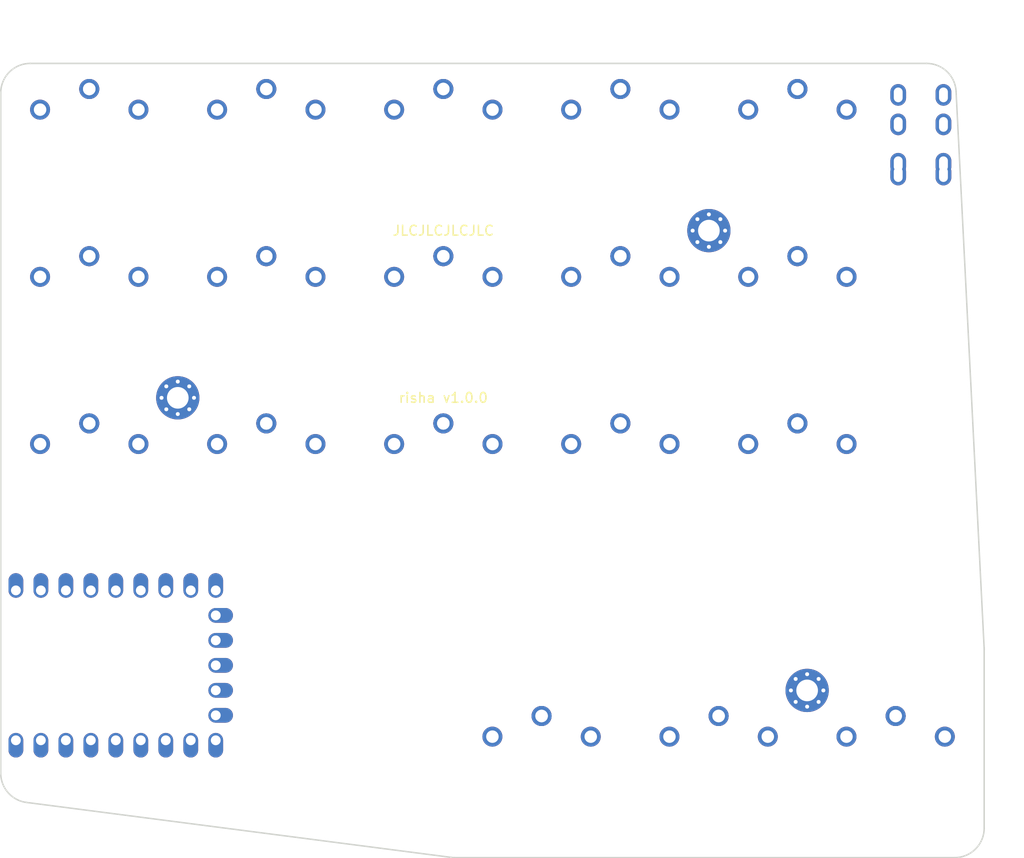
<source format=kicad_pcb>

            
(kicad_pcb (version 20171130) (host pcbnew 5.1.6)

  (page A3)
  (title_block
    (title risha-choc)
    (rev v1.0.0)
    (company Unknown)
  )

  (general
    (thickness 1.6)
  )

  (layers
    (0 F.Cu signal)
    (31 B.Cu signal)
    (32 B.Adhes user)
    (33 F.Adhes user)
    (34 B.Paste user)
    (35 F.Paste user)
    (36 B.SilkS user)
    (37 F.SilkS user)
    (38 B.Mask user)
    (39 F.Mask user)
    (40 Dwgs.User user)
    (41 Cmts.User user)
    (42 Eco1.User user)
    (43 Eco2.User user)
    (44 Edge.Cuts user)
    (45 Margin user)
    (46 B.CrtYd user)
    (47 F.CrtYd user)
    (48 B.Fab user)
    (49 F.Fab user)
  )

  (setup
    (last_trace_width 0.25)
    (trace_clearance 0.2)
    (zone_clearance 0.508)
    (zone_45_only no)
    (trace_min 0.2)
    (via_size 0.8)
    (via_drill 0.4)
    (via_min_size 0.4)
    (via_min_drill 0.3)
    (uvia_size 0.3)
    (uvia_drill 0.1)
    (uvias_allowed no)
    (uvia_min_size 0.2)
    (uvia_min_drill 0.1)
    (edge_width 0.05)
    (segment_width 0.2)
    (pcb_text_width 0.3)
    (pcb_text_size 1.5 1.5)
    (mod_edge_width 0.12)
    (mod_text_size 1 1)
    (mod_text_width 0.15)
    (pad_size 1.524 1.524)
    (pad_drill 0.762)
    (pad_to_mask_clearance 0.05)
    (aux_axis_origin 0 0)
    (visible_elements FFFFFF7F)
    (pcbplotparams
      (layerselection 0x010fc_ffffffff)
      (usegerberextensions false)
      (usegerberattributes true)
      (usegerberadvancedattributes true)
      (creategerberjobfile true)
      (excludeedgelayer true)
      (linewidth 0.100000)
      (plotframeref false)
      (viasonmask false)
      (mode 1)
      (useauxorigin false)
      (hpglpennumber 1)
      (hpglpenspeed 20)
      (hpglpendiameter 15.000000)
      (psnegative false)
      (psa4output false)
      (plotreference true)
      (plotvalue true)
      (plotinvisibletext false)
      (padsonsilk false)
      (subtractmaskfromsilk false)
      (outputformat 1)
      (mirror false)
      (drillshape 1)
      (scaleselection 1)
      (outputdirectory ""))
  )

            (net 0 "")
(net 1 "matrix_pinky_bottom")
(net 2 "GND")
(net 3 "matrix_pinky_home")
(net 4 "matrix_pinky_top")
(net 5 "matrix_ring_bottom")
(net 6 "matrix_ring_home")
(net 7 "matrix_ring_top")
(net 8 "matrix_middle_bottom")
(net 9 "matrix_middle_home")
(net 10 "matrix_middle_top")
(net 11 "matrix_index_bottom")
(net 12 "matrix_index_home")
(net 13 "matrix_index_top")
(net 14 "matrix_inner_bottom")
(net 15 "matrix_inner_home")
(net 16 "matrix_inner_top")
(net 17 "thumbfan_near_home")
(net 18 "thumbfan_middle_home")
(net 19 "thumbfan_far_home")
(net 20 "GP12")
(net 21 "thumbfan_home_home")
(net 22 "GP29")
(net 23 "3V3")
(net 24 "5V")
(net 25 "VSYS")
(net 26 "GP16")
            
  (net_class Default "This is the default net class."
    (clearance 0.2)
    (trace_width 0.25)
    (via_dia 0.8)
    (via_drill 0.4)
    (uvia_dia 0.3)
    (uvia_drill 0.1)
    (add_net "")
(add_net "matrix_pinky_bottom")
(add_net "GND")
(add_net "matrix_pinky_home")
(add_net "matrix_pinky_top")
(add_net "matrix_ring_bottom")
(add_net "matrix_ring_home")
(add_net "matrix_ring_top")
(add_net "matrix_middle_bottom")
(add_net "matrix_middle_home")
(add_net "matrix_middle_top")
(add_net "matrix_index_bottom")
(add_net "matrix_index_home")
(add_net "matrix_index_top")
(add_net "matrix_inner_bottom")
(add_net "matrix_inner_home")
(add_net "matrix_inner_top")
(add_net "thumbfan_near_home")
(add_net "thumbfan_middle_home")
(add_net "thumbfan_far_home")
(add_net "GP12")
(add_net "thumbfan_home_home")
(add_net "GP29")
(add_net "3V3")
(add_net "5V")
(add_net "VSYS")
(add_net "GP16")
  )

            
        
      (module PG1350 (layer F.Cu) (tedit 5DD50112)
      (at 144 136 0)

      
      (fp_text reference "S1" (at 0 0) (layer F.SilkS) hide (effects (font (size 1.27 1.27) (thickness 0.15))))
      (fp_text value "" (at 0 0) (layer F.SilkS) hide (effects (font (size 1.27 1.27) (thickness 0.15))))

      
      (fp_line (start -7 -6) (end -7 -7) (layer Dwgs.User) (width 0.15))
      (fp_line (start -7 7) (end -6 7) (layer Dwgs.User) (width 0.15))
      (fp_line (start -6 -7) (end -7 -7) (layer Dwgs.User) (width 0.15))
      (fp_line (start -7 7) (end -7 6) (layer Dwgs.User) (width 0.15))
      (fp_line (start 7 6) (end 7 7) (layer Dwgs.User) (width 0.15))
      (fp_line (start 7 -7) (end 6 -7) (layer Dwgs.User) (width 0.15))
      (fp_line (start 6 7) (end 7 7) (layer Dwgs.User) (width 0.15))
      (fp_line (start 7 -7) (end 7 -6) (layer Dwgs.User) (width 0.15))      
      
      
      (pad "" np_thru_hole circle (at 0 0) (size 3.429 3.429) (drill 3.429) (layers *.Cu *.Mask))
        
      
      (pad "" np_thru_hole circle (at 5.5 0) (size 1.7018 1.7018) (drill 1.7018) (layers *.Cu *.Mask))
      (pad "" np_thru_hole circle (at -5.5 0) (size 1.7018 1.7018) (drill 1.7018) (layers *.Cu *.Mask))
      
        
      
      (fp_line (start -9 -8.5) (end 9 -8.5) (layer Dwgs.User) (width 0.15))
      (fp_line (start 9 -8.5) (end 9 8.5) (layer Dwgs.User) (width 0.15))
      (fp_line (start 9 8.5) (end -9 8.5) (layer Dwgs.User) (width 0.15))
      (fp_line (start -9 8.5) (end -9 -8.5) (layer Dwgs.User) (width 0.15))
      
        
            
            (pad 1 thru_hole circle (at 5 -3.8) (size 2.032 2.032) (drill 1.27) (layers *.Cu *.Mask) (net 1 "matrix_pinky_bottom"))
            (pad 2 thru_hole circle (at 0 -5.9) (size 2.032 2.032) (drill 1.27) (layers *.Cu *.Mask) (net 2 "GND"))
          
        
            
            (pad 1 thru_hole circle (at -5 -3.8) (size 2.032 2.032) (drill 1.27) (layers *.Cu *.Mask) (net 1 "matrix_pinky_bottom"))
            (pad 2 thru_hole circle (at -0 -5.9) (size 2.032 2.032) (drill 1.27) (layers *.Cu *.Mask) (net 2 "GND"))
          )
        

        
      (module PG1350 (layer F.Cu) (tedit 5DD50112)
      (at 144 119 0)

      
      (fp_text reference "S2" (at 0 0) (layer F.SilkS) hide (effects (font (size 1.27 1.27) (thickness 0.15))))
      (fp_text value "" (at 0 0) (layer F.SilkS) hide (effects (font (size 1.27 1.27) (thickness 0.15))))

      
      (fp_line (start -7 -6) (end -7 -7) (layer Dwgs.User) (width 0.15))
      (fp_line (start -7 7) (end -6 7) (layer Dwgs.User) (width 0.15))
      (fp_line (start -6 -7) (end -7 -7) (layer Dwgs.User) (width 0.15))
      (fp_line (start -7 7) (end -7 6) (layer Dwgs.User) (width 0.15))
      (fp_line (start 7 6) (end 7 7) (layer Dwgs.User) (width 0.15))
      (fp_line (start 7 -7) (end 6 -7) (layer Dwgs.User) (width 0.15))
      (fp_line (start 6 7) (end 7 7) (layer Dwgs.User) (width 0.15))
      (fp_line (start 7 -7) (end 7 -6) (layer Dwgs.User) (width 0.15))      
      
      
      (pad "" np_thru_hole circle (at 0 0) (size 3.429 3.429) (drill 3.429) (layers *.Cu *.Mask))
        
      
      (pad "" np_thru_hole circle (at 5.5 0) (size 1.7018 1.7018) (drill 1.7018) (layers *.Cu *.Mask))
      (pad "" np_thru_hole circle (at -5.5 0) (size 1.7018 1.7018) (drill 1.7018) (layers *.Cu *.Mask))
      
        
      
      (fp_line (start -9 -8.5) (end 9 -8.5) (layer Dwgs.User) (width 0.15))
      (fp_line (start 9 -8.5) (end 9 8.5) (layer Dwgs.User) (width 0.15))
      (fp_line (start 9 8.5) (end -9 8.5) (layer Dwgs.User) (width 0.15))
      (fp_line (start -9 8.5) (end -9 -8.5) (layer Dwgs.User) (width 0.15))
      
        
            
            (pad 1 thru_hole circle (at 5 -3.8) (size 2.032 2.032) (drill 1.27) (layers *.Cu *.Mask) (net 3 "matrix_pinky_home"))
            (pad 2 thru_hole circle (at 0 -5.9) (size 2.032 2.032) (drill 1.27) (layers *.Cu *.Mask) (net 2 "GND"))
          
        
            
            (pad 1 thru_hole circle (at -5 -3.8) (size 2.032 2.032) (drill 1.27) (layers *.Cu *.Mask) (net 3 "matrix_pinky_home"))
            (pad 2 thru_hole circle (at -0 -5.9) (size 2.032 2.032) (drill 1.27) (layers *.Cu *.Mask) (net 2 "GND"))
          )
        

        
      (module PG1350 (layer F.Cu) (tedit 5DD50112)
      (at 144 102 0)

      
      (fp_text reference "S3" (at 0 0) (layer F.SilkS) hide (effects (font (size 1.27 1.27) (thickness 0.15))))
      (fp_text value "" (at 0 0) (layer F.SilkS) hide (effects (font (size 1.27 1.27) (thickness 0.15))))

      
      (fp_line (start -7 -6) (end -7 -7) (layer Dwgs.User) (width 0.15))
      (fp_line (start -7 7) (end -6 7) (layer Dwgs.User) (width 0.15))
      (fp_line (start -6 -7) (end -7 -7) (layer Dwgs.User) (width 0.15))
      (fp_line (start -7 7) (end -7 6) (layer Dwgs.User) (width 0.15))
      (fp_line (start 7 6) (end 7 7) (layer Dwgs.User) (width 0.15))
      (fp_line (start 7 -7) (end 6 -7) (layer Dwgs.User) (width 0.15))
      (fp_line (start 6 7) (end 7 7) (layer Dwgs.User) (width 0.15))
      (fp_line (start 7 -7) (end 7 -6) (layer Dwgs.User) (width 0.15))      
      
      
      (pad "" np_thru_hole circle (at 0 0) (size 3.429 3.429) (drill 3.429) (layers *.Cu *.Mask))
        
      
      (pad "" np_thru_hole circle (at 5.5 0) (size 1.7018 1.7018) (drill 1.7018) (layers *.Cu *.Mask))
      (pad "" np_thru_hole circle (at -5.5 0) (size 1.7018 1.7018) (drill 1.7018) (layers *.Cu *.Mask))
      
        
      
      (fp_line (start -9 -8.5) (end 9 -8.5) (layer Dwgs.User) (width 0.15))
      (fp_line (start 9 -8.5) (end 9 8.5) (layer Dwgs.User) (width 0.15))
      (fp_line (start 9 8.5) (end -9 8.5) (layer Dwgs.User) (width 0.15))
      (fp_line (start -9 8.5) (end -9 -8.5) (layer Dwgs.User) (width 0.15))
      
        
            
            (pad 1 thru_hole circle (at 5 -3.8) (size 2.032 2.032) (drill 1.27) (layers *.Cu *.Mask) (net 4 "matrix_pinky_top"))
            (pad 2 thru_hole circle (at 0 -5.9) (size 2.032 2.032) (drill 1.27) (layers *.Cu *.Mask) (net 2 "GND"))
          
        
            
            (pad 1 thru_hole circle (at -5 -3.8) (size 2.032 2.032) (drill 1.27) (layers *.Cu *.Mask) (net 4 "matrix_pinky_top"))
            (pad 2 thru_hole circle (at -0 -5.9) (size 2.032 2.032) (drill 1.27) (layers *.Cu *.Mask) (net 2 "GND"))
          )
        

        
      (module PG1350 (layer F.Cu) (tedit 5DD50112)
      (at 162 136 0)

      
      (fp_text reference "S4" (at 0 0) (layer F.SilkS) hide (effects (font (size 1.27 1.27) (thickness 0.15))))
      (fp_text value "" (at 0 0) (layer F.SilkS) hide (effects (font (size 1.27 1.27) (thickness 0.15))))

      
      (fp_line (start -7 -6) (end -7 -7) (layer Dwgs.User) (width 0.15))
      (fp_line (start -7 7) (end -6 7) (layer Dwgs.User) (width 0.15))
      (fp_line (start -6 -7) (end -7 -7) (layer Dwgs.User) (width 0.15))
      (fp_line (start -7 7) (end -7 6) (layer Dwgs.User) (width 0.15))
      (fp_line (start 7 6) (end 7 7) (layer Dwgs.User) (width 0.15))
      (fp_line (start 7 -7) (end 6 -7) (layer Dwgs.User) (width 0.15))
      (fp_line (start 6 7) (end 7 7) (layer Dwgs.User) (width 0.15))
      (fp_line (start 7 -7) (end 7 -6) (layer Dwgs.User) (width 0.15))      
      
      
      (pad "" np_thru_hole circle (at 0 0) (size 3.429 3.429) (drill 3.429) (layers *.Cu *.Mask))
        
      
      (pad "" np_thru_hole circle (at 5.5 0) (size 1.7018 1.7018) (drill 1.7018) (layers *.Cu *.Mask))
      (pad "" np_thru_hole circle (at -5.5 0) (size 1.7018 1.7018) (drill 1.7018) (layers *.Cu *.Mask))
      
        
      
      (fp_line (start -9 -8.5) (end 9 -8.5) (layer Dwgs.User) (width 0.15))
      (fp_line (start 9 -8.5) (end 9 8.5) (layer Dwgs.User) (width 0.15))
      (fp_line (start 9 8.5) (end -9 8.5) (layer Dwgs.User) (width 0.15))
      (fp_line (start -9 8.5) (end -9 -8.5) (layer Dwgs.User) (width 0.15))
      
        
            
            (pad 1 thru_hole circle (at 5 -3.8) (size 2.032 2.032) (drill 1.27) (layers *.Cu *.Mask) (net 5 "matrix_ring_bottom"))
            (pad 2 thru_hole circle (at 0 -5.9) (size 2.032 2.032) (drill 1.27) (layers *.Cu *.Mask) (net 2 "GND"))
          
        
            
            (pad 1 thru_hole circle (at -5 -3.8) (size 2.032 2.032) (drill 1.27) (layers *.Cu *.Mask) (net 5 "matrix_ring_bottom"))
            (pad 2 thru_hole circle (at -0 -5.9) (size 2.032 2.032) (drill 1.27) (layers *.Cu *.Mask) (net 2 "GND"))
          )
        

        
      (module PG1350 (layer F.Cu) (tedit 5DD50112)
      (at 162 119 0)

      
      (fp_text reference "S5" (at 0 0) (layer F.SilkS) hide (effects (font (size 1.27 1.27) (thickness 0.15))))
      (fp_text value "" (at 0 0) (layer F.SilkS) hide (effects (font (size 1.27 1.27) (thickness 0.15))))

      
      (fp_line (start -7 -6) (end -7 -7) (layer Dwgs.User) (width 0.15))
      (fp_line (start -7 7) (end -6 7) (layer Dwgs.User) (width 0.15))
      (fp_line (start -6 -7) (end -7 -7) (layer Dwgs.User) (width 0.15))
      (fp_line (start -7 7) (end -7 6) (layer Dwgs.User) (width 0.15))
      (fp_line (start 7 6) (end 7 7) (layer Dwgs.User) (width 0.15))
      (fp_line (start 7 -7) (end 6 -7) (layer Dwgs.User) (width 0.15))
      (fp_line (start 6 7) (end 7 7) (layer Dwgs.User) (width 0.15))
      (fp_line (start 7 -7) (end 7 -6) (layer Dwgs.User) (width 0.15))      
      
      
      (pad "" np_thru_hole circle (at 0 0) (size 3.429 3.429) (drill 3.429) (layers *.Cu *.Mask))
        
      
      (pad "" np_thru_hole circle (at 5.5 0) (size 1.7018 1.7018) (drill 1.7018) (layers *.Cu *.Mask))
      (pad "" np_thru_hole circle (at -5.5 0) (size 1.7018 1.7018) (drill 1.7018) (layers *.Cu *.Mask))
      
        
      
      (fp_line (start -9 -8.5) (end 9 -8.5) (layer Dwgs.User) (width 0.15))
      (fp_line (start 9 -8.5) (end 9 8.5) (layer Dwgs.User) (width 0.15))
      (fp_line (start 9 8.5) (end -9 8.5) (layer Dwgs.User) (width 0.15))
      (fp_line (start -9 8.5) (end -9 -8.5) (layer Dwgs.User) (width 0.15))
      
        
            
            (pad 1 thru_hole circle (at 5 -3.8) (size 2.032 2.032) (drill 1.27) (layers *.Cu *.Mask) (net 6 "matrix_ring_home"))
            (pad 2 thru_hole circle (at 0 -5.9) (size 2.032 2.032) (drill 1.27) (layers *.Cu *.Mask) (net 2 "GND"))
          
        
            
            (pad 1 thru_hole circle (at -5 -3.8) (size 2.032 2.032) (drill 1.27) (layers *.Cu *.Mask) (net 6 "matrix_ring_home"))
            (pad 2 thru_hole circle (at -0 -5.9) (size 2.032 2.032) (drill 1.27) (layers *.Cu *.Mask) (net 2 "GND"))
          )
        

        
      (module PG1350 (layer F.Cu) (tedit 5DD50112)
      (at 162 102 0)

      
      (fp_text reference "S6" (at 0 0) (layer F.SilkS) hide (effects (font (size 1.27 1.27) (thickness 0.15))))
      (fp_text value "" (at 0 0) (layer F.SilkS) hide (effects (font (size 1.27 1.27) (thickness 0.15))))

      
      (fp_line (start -7 -6) (end -7 -7) (layer Dwgs.User) (width 0.15))
      (fp_line (start -7 7) (end -6 7) (layer Dwgs.User) (width 0.15))
      (fp_line (start -6 -7) (end -7 -7) (layer Dwgs.User) (width 0.15))
      (fp_line (start -7 7) (end -7 6) (layer Dwgs.User) (width 0.15))
      (fp_line (start 7 6) (end 7 7) (layer Dwgs.User) (width 0.15))
      (fp_line (start 7 -7) (end 6 -7) (layer Dwgs.User) (width 0.15))
      (fp_line (start 6 7) (end 7 7) (layer Dwgs.User) (width 0.15))
      (fp_line (start 7 -7) (end 7 -6) (layer Dwgs.User) (width 0.15))      
      
      
      (pad "" np_thru_hole circle (at 0 0) (size 3.429 3.429) (drill 3.429) (layers *.Cu *.Mask))
        
      
      (pad "" np_thru_hole circle (at 5.5 0) (size 1.7018 1.7018) (drill 1.7018) (layers *.Cu *.Mask))
      (pad "" np_thru_hole circle (at -5.5 0) (size 1.7018 1.7018) (drill 1.7018) (layers *.Cu *.Mask))
      
        
      
      (fp_line (start -9 -8.5) (end 9 -8.5) (layer Dwgs.User) (width 0.15))
      (fp_line (start 9 -8.5) (end 9 8.5) (layer Dwgs.User) (width 0.15))
      (fp_line (start 9 8.5) (end -9 8.5) (layer Dwgs.User) (width 0.15))
      (fp_line (start -9 8.5) (end -9 -8.5) (layer Dwgs.User) (width 0.15))
      
        
            
            (pad 1 thru_hole circle (at 5 -3.8) (size 2.032 2.032) (drill 1.27) (layers *.Cu *.Mask) (net 7 "matrix_ring_top"))
            (pad 2 thru_hole circle (at 0 -5.9) (size 2.032 2.032) (drill 1.27) (layers *.Cu *.Mask) (net 2 "GND"))
          
        
            
            (pad 1 thru_hole circle (at -5 -3.8) (size 2.032 2.032) (drill 1.27) (layers *.Cu *.Mask) (net 7 "matrix_ring_top"))
            (pad 2 thru_hole circle (at -0 -5.9) (size 2.032 2.032) (drill 1.27) (layers *.Cu *.Mask) (net 2 "GND"))
          )
        

        
      (module PG1350 (layer F.Cu) (tedit 5DD50112)
      (at 180 136 0)

      
      (fp_text reference "S7" (at 0 0) (layer F.SilkS) hide (effects (font (size 1.27 1.27) (thickness 0.15))))
      (fp_text value "" (at 0 0) (layer F.SilkS) hide (effects (font (size 1.27 1.27) (thickness 0.15))))

      
      (fp_line (start -7 -6) (end -7 -7) (layer Dwgs.User) (width 0.15))
      (fp_line (start -7 7) (end -6 7) (layer Dwgs.User) (width 0.15))
      (fp_line (start -6 -7) (end -7 -7) (layer Dwgs.User) (width 0.15))
      (fp_line (start -7 7) (end -7 6) (layer Dwgs.User) (width 0.15))
      (fp_line (start 7 6) (end 7 7) (layer Dwgs.User) (width 0.15))
      (fp_line (start 7 -7) (end 6 -7) (layer Dwgs.User) (width 0.15))
      (fp_line (start 6 7) (end 7 7) (layer Dwgs.User) (width 0.15))
      (fp_line (start 7 -7) (end 7 -6) (layer Dwgs.User) (width 0.15))      
      
      
      (pad "" np_thru_hole circle (at 0 0) (size 3.429 3.429) (drill 3.429) (layers *.Cu *.Mask))
        
      
      (pad "" np_thru_hole circle (at 5.5 0) (size 1.7018 1.7018) (drill 1.7018) (layers *.Cu *.Mask))
      (pad "" np_thru_hole circle (at -5.5 0) (size 1.7018 1.7018) (drill 1.7018) (layers *.Cu *.Mask))
      
        
      
      (fp_line (start -9 -8.5) (end 9 -8.5) (layer Dwgs.User) (width 0.15))
      (fp_line (start 9 -8.5) (end 9 8.5) (layer Dwgs.User) (width 0.15))
      (fp_line (start 9 8.5) (end -9 8.5) (layer Dwgs.User) (width 0.15))
      (fp_line (start -9 8.5) (end -9 -8.5) (layer Dwgs.User) (width 0.15))
      
        
            
            (pad 1 thru_hole circle (at 5 -3.8) (size 2.032 2.032) (drill 1.27) (layers *.Cu *.Mask) (net 8 "matrix_middle_bottom"))
            (pad 2 thru_hole circle (at 0 -5.9) (size 2.032 2.032) (drill 1.27) (layers *.Cu *.Mask) (net 2 "GND"))
          
        
            
            (pad 1 thru_hole circle (at -5 -3.8) (size 2.032 2.032) (drill 1.27) (layers *.Cu *.Mask) (net 8 "matrix_middle_bottom"))
            (pad 2 thru_hole circle (at -0 -5.9) (size 2.032 2.032) (drill 1.27) (layers *.Cu *.Mask) (net 2 "GND"))
          )
        

        
      (module PG1350 (layer F.Cu) (tedit 5DD50112)
      (at 180 119 0)

      
      (fp_text reference "S8" (at 0 0) (layer F.SilkS) hide (effects (font (size 1.27 1.27) (thickness 0.15))))
      (fp_text value "" (at 0 0) (layer F.SilkS) hide (effects (font (size 1.27 1.27) (thickness 0.15))))

      
      (fp_line (start -7 -6) (end -7 -7) (layer Dwgs.User) (width 0.15))
      (fp_line (start -7 7) (end -6 7) (layer Dwgs.User) (width 0.15))
      (fp_line (start -6 -7) (end -7 -7) (layer Dwgs.User) (width 0.15))
      (fp_line (start -7 7) (end -7 6) (layer Dwgs.User) (width 0.15))
      (fp_line (start 7 6) (end 7 7) (layer Dwgs.User) (width 0.15))
      (fp_line (start 7 -7) (end 6 -7) (layer Dwgs.User) (width 0.15))
      (fp_line (start 6 7) (end 7 7) (layer Dwgs.User) (width 0.15))
      (fp_line (start 7 -7) (end 7 -6) (layer Dwgs.User) (width 0.15))      
      
      
      (pad "" np_thru_hole circle (at 0 0) (size 3.429 3.429) (drill 3.429) (layers *.Cu *.Mask))
        
      
      (pad "" np_thru_hole circle (at 5.5 0) (size 1.7018 1.7018) (drill 1.7018) (layers *.Cu *.Mask))
      (pad "" np_thru_hole circle (at -5.5 0) (size 1.7018 1.7018) (drill 1.7018) (layers *.Cu *.Mask))
      
        
      
      (fp_line (start -9 -8.5) (end 9 -8.5) (layer Dwgs.User) (width 0.15))
      (fp_line (start 9 -8.5) (end 9 8.5) (layer Dwgs.User) (width 0.15))
      (fp_line (start 9 8.5) (end -9 8.5) (layer Dwgs.User) (width 0.15))
      (fp_line (start -9 8.5) (end -9 -8.5) (layer Dwgs.User) (width 0.15))
      
        
            
            (pad 1 thru_hole circle (at 5 -3.8) (size 2.032 2.032) (drill 1.27) (layers *.Cu *.Mask) (net 9 "matrix_middle_home"))
            (pad 2 thru_hole circle (at 0 -5.9) (size 2.032 2.032) (drill 1.27) (layers *.Cu *.Mask) (net 2 "GND"))
          
        
            
            (pad 1 thru_hole circle (at -5 -3.8) (size 2.032 2.032) (drill 1.27) (layers *.Cu *.Mask) (net 9 "matrix_middle_home"))
            (pad 2 thru_hole circle (at -0 -5.9) (size 2.032 2.032) (drill 1.27) (layers *.Cu *.Mask) (net 2 "GND"))
          )
        

        
      (module PG1350 (layer F.Cu) (tedit 5DD50112)
      (at 180 102 0)

      
      (fp_text reference "S9" (at 0 0) (layer F.SilkS) hide (effects (font (size 1.27 1.27) (thickness 0.15))))
      (fp_text value "" (at 0 0) (layer F.SilkS) hide (effects (font (size 1.27 1.27) (thickness 0.15))))

      
      (fp_line (start -7 -6) (end -7 -7) (layer Dwgs.User) (width 0.15))
      (fp_line (start -7 7) (end -6 7) (layer Dwgs.User) (width 0.15))
      (fp_line (start -6 -7) (end -7 -7) (layer Dwgs.User) (width 0.15))
      (fp_line (start -7 7) (end -7 6) (layer Dwgs.User) (width 0.15))
      (fp_line (start 7 6) (end 7 7) (layer Dwgs.User) (width 0.15))
      (fp_line (start 7 -7) (end 6 -7) (layer Dwgs.User) (width 0.15))
      (fp_line (start 6 7) (end 7 7) (layer Dwgs.User) (width 0.15))
      (fp_line (start 7 -7) (end 7 -6) (layer Dwgs.User) (width 0.15))      
      
      
      (pad "" np_thru_hole circle (at 0 0) (size 3.429 3.429) (drill 3.429) (layers *.Cu *.Mask))
        
      
      (pad "" np_thru_hole circle (at 5.5 0) (size 1.7018 1.7018) (drill 1.7018) (layers *.Cu *.Mask))
      (pad "" np_thru_hole circle (at -5.5 0) (size 1.7018 1.7018) (drill 1.7018) (layers *.Cu *.Mask))
      
        
      
      (fp_line (start -9 -8.5) (end 9 -8.5) (layer Dwgs.User) (width 0.15))
      (fp_line (start 9 -8.5) (end 9 8.5) (layer Dwgs.User) (width 0.15))
      (fp_line (start 9 8.5) (end -9 8.5) (layer Dwgs.User) (width 0.15))
      (fp_line (start -9 8.5) (end -9 -8.5) (layer Dwgs.User) (width 0.15))
      
        
            
            (pad 1 thru_hole circle (at 5 -3.8) (size 2.032 2.032) (drill 1.27) (layers *.Cu *.Mask) (net 10 "matrix_middle_top"))
            (pad 2 thru_hole circle (at 0 -5.9) (size 2.032 2.032) (drill 1.27) (layers *.Cu *.Mask) (net 2 "GND"))
          
        
            
            (pad 1 thru_hole circle (at -5 -3.8) (size 2.032 2.032) (drill 1.27) (layers *.Cu *.Mask) (net 10 "matrix_middle_top"))
            (pad 2 thru_hole circle (at -0 -5.9) (size 2.032 2.032) (drill 1.27) (layers *.Cu *.Mask) (net 2 "GND"))
          )
        

        
      (module PG1350 (layer F.Cu) (tedit 5DD50112)
      (at 198 136 0)

      
      (fp_text reference "S10" (at 0 0) (layer F.SilkS) hide (effects (font (size 1.27 1.27) (thickness 0.15))))
      (fp_text value "" (at 0 0) (layer F.SilkS) hide (effects (font (size 1.27 1.27) (thickness 0.15))))

      
      (fp_line (start -7 -6) (end -7 -7) (layer Dwgs.User) (width 0.15))
      (fp_line (start -7 7) (end -6 7) (layer Dwgs.User) (width 0.15))
      (fp_line (start -6 -7) (end -7 -7) (layer Dwgs.User) (width 0.15))
      (fp_line (start -7 7) (end -7 6) (layer Dwgs.User) (width 0.15))
      (fp_line (start 7 6) (end 7 7) (layer Dwgs.User) (width 0.15))
      (fp_line (start 7 -7) (end 6 -7) (layer Dwgs.User) (width 0.15))
      (fp_line (start 6 7) (end 7 7) (layer Dwgs.User) (width 0.15))
      (fp_line (start 7 -7) (end 7 -6) (layer Dwgs.User) (width 0.15))      
      
      
      (pad "" np_thru_hole circle (at 0 0) (size 3.429 3.429) (drill 3.429) (layers *.Cu *.Mask))
        
      
      (pad "" np_thru_hole circle (at 5.5 0) (size 1.7018 1.7018) (drill 1.7018) (layers *.Cu *.Mask))
      (pad "" np_thru_hole circle (at -5.5 0) (size 1.7018 1.7018) (drill 1.7018) (layers *.Cu *.Mask))
      
        
      
      (fp_line (start -9 -8.5) (end 9 -8.5) (layer Dwgs.User) (width 0.15))
      (fp_line (start 9 -8.5) (end 9 8.5) (layer Dwgs.User) (width 0.15))
      (fp_line (start 9 8.5) (end -9 8.5) (layer Dwgs.User) (width 0.15))
      (fp_line (start -9 8.5) (end -9 -8.5) (layer Dwgs.User) (width 0.15))
      
        
            
            (pad 1 thru_hole circle (at 5 -3.8) (size 2.032 2.032) (drill 1.27) (layers *.Cu *.Mask) (net 11 "matrix_index_bottom"))
            (pad 2 thru_hole circle (at 0 -5.9) (size 2.032 2.032) (drill 1.27) (layers *.Cu *.Mask) (net 2 "GND"))
          
        
            
            (pad 1 thru_hole circle (at -5 -3.8) (size 2.032 2.032) (drill 1.27) (layers *.Cu *.Mask) (net 11 "matrix_index_bottom"))
            (pad 2 thru_hole circle (at -0 -5.9) (size 2.032 2.032) (drill 1.27) (layers *.Cu *.Mask) (net 2 "GND"))
          )
        

        
      (module PG1350 (layer F.Cu) (tedit 5DD50112)
      (at 198 119 0)

      
      (fp_text reference "S11" (at 0 0) (layer F.SilkS) hide (effects (font (size 1.27 1.27) (thickness 0.15))))
      (fp_text value "" (at 0 0) (layer F.SilkS) hide (effects (font (size 1.27 1.27) (thickness 0.15))))

      
      (fp_line (start -7 -6) (end -7 -7) (layer Dwgs.User) (width 0.15))
      (fp_line (start -7 7) (end -6 7) (layer Dwgs.User) (width 0.15))
      (fp_line (start -6 -7) (end -7 -7) (layer Dwgs.User) (width 0.15))
      (fp_line (start -7 7) (end -7 6) (layer Dwgs.User) (width 0.15))
      (fp_line (start 7 6) (end 7 7) (layer Dwgs.User) (width 0.15))
      (fp_line (start 7 -7) (end 6 -7) (layer Dwgs.User) (width 0.15))
      (fp_line (start 6 7) (end 7 7) (layer Dwgs.User) (width 0.15))
      (fp_line (start 7 -7) (end 7 -6) (layer Dwgs.User) (width 0.15))      
      
      
      (pad "" np_thru_hole circle (at 0 0) (size 3.429 3.429) (drill 3.429) (layers *.Cu *.Mask))
        
      
      (pad "" np_thru_hole circle (at 5.5 0) (size 1.7018 1.7018) (drill 1.7018) (layers *.Cu *.Mask))
      (pad "" np_thru_hole circle (at -5.5 0) (size 1.7018 1.7018) (drill 1.7018) (layers *.Cu *.Mask))
      
        
      
      (fp_line (start -9 -8.5) (end 9 -8.5) (layer Dwgs.User) (width 0.15))
      (fp_line (start 9 -8.5) (end 9 8.5) (layer Dwgs.User) (width 0.15))
      (fp_line (start 9 8.5) (end -9 8.5) (layer Dwgs.User) (width 0.15))
      (fp_line (start -9 8.5) (end -9 -8.5) (layer Dwgs.User) (width 0.15))
      
        
            
            (pad 1 thru_hole circle (at 5 -3.8) (size 2.032 2.032) (drill 1.27) (layers *.Cu *.Mask) (net 12 "matrix_index_home"))
            (pad 2 thru_hole circle (at 0 -5.9) (size 2.032 2.032) (drill 1.27) (layers *.Cu *.Mask) (net 2 "GND"))
          
        
            
            (pad 1 thru_hole circle (at -5 -3.8) (size 2.032 2.032) (drill 1.27) (layers *.Cu *.Mask) (net 12 "matrix_index_home"))
            (pad 2 thru_hole circle (at -0 -5.9) (size 2.032 2.032) (drill 1.27) (layers *.Cu *.Mask) (net 2 "GND"))
          )
        

        
      (module PG1350 (layer F.Cu) (tedit 5DD50112)
      (at 198 102 0)

      
      (fp_text reference "S12" (at 0 0) (layer F.SilkS) hide (effects (font (size 1.27 1.27) (thickness 0.15))))
      (fp_text value "" (at 0 0) (layer F.SilkS) hide (effects (font (size 1.27 1.27) (thickness 0.15))))

      
      (fp_line (start -7 -6) (end -7 -7) (layer Dwgs.User) (width 0.15))
      (fp_line (start -7 7) (end -6 7) (layer Dwgs.User) (width 0.15))
      (fp_line (start -6 -7) (end -7 -7) (layer Dwgs.User) (width 0.15))
      (fp_line (start -7 7) (end -7 6) (layer Dwgs.User) (width 0.15))
      (fp_line (start 7 6) (end 7 7) (layer Dwgs.User) (width 0.15))
      (fp_line (start 7 -7) (end 6 -7) (layer Dwgs.User) (width 0.15))
      (fp_line (start 6 7) (end 7 7) (layer Dwgs.User) (width 0.15))
      (fp_line (start 7 -7) (end 7 -6) (layer Dwgs.User) (width 0.15))      
      
      
      (pad "" np_thru_hole circle (at 0 0) (size 3.429 3.429) (drill 3.429) (layers *.Cu *.Mask))
        
      
      (pad "" np_thru_hole circle (at 5.5 0) (size 1.7018 1.7018) (drill 1.7018) (layers *.Cu *.Mask))
      (pad "" np_thru_hole circle (at -5.5 0) (size 1.7018 1.7018) (drill 1.7018) (layers *.Cu *.Mask))
      
        
      
      (fp_line (start -9 -8.5) (end 9 -8.5) (layer Dwgs.User) (width 0.15))
      (fp_line (start 9 -8.5) (end 9 8.5) (layer Dwgs.User) (width 0.15))
      (fp_line (start 9 8.5) (end -9 8.5) (layer Dwgs.User) (width 0.15))
      (fp_line (start -9 8.5) (end -9 -8.5) (layer Dwgs.User) (width 0.15))
      
        
            
            (pad 1 thru_hole circle (at 5 -3.8) (size 2.032 2.032) (drill 1.27) (layers *.Cu *.Mask) (net 13 "matrix_index_top"))
            (pad 2 thru_hole circle (at 0 -5.9) (size 2.032 2.032) (drill 1.27) (layers *.Cu *.Mask) (net 2 "GND"))
          
        
            
            (pad 1 thru_hole circle (at -5 -3.8) (size 2.032 2.032) (drill 1.27) (layers *.Cu *.Mask) (net 13 "matrix_index_top"))
            (pad 2 thru_hole circle (at -0 -5.9) (size 2.032 2.032) (drill 1.27) (layers *.Cu *.Mask) (net 2 "GND"))
          )
        

        
      (module PG1350 (layer F.Cu) (tedit 5DD50112)
      (at 216 136 0)

      
      (fp_text reference "S13" (at 0 0) (layer F.SilkS) hide (effects (font (size 1.27 1.27) (thickness 0.15))))
      (fp_text value "" (at 0 0) (layer F.SilkS) hide (effects (font (size 1.27 1.27) (thickness 0.15))))

      
      (fp_line (start -7 -6) (end -7 -7) (layer Dwgs.User) (width 0.15))
      (fp_line (start -7 7) (end -6 7) (layer Dwgs.User) (width 0.15))
      (fp_line (start -6 -7) (end -7 -7) (layer Dwgs.User) (width 0.15))
      (fp_line (start -7 7) (end -7 6) (layer Dwgs.User) (width 0.15))
      (fp_line (start 7 6) (end 7 7) (layer Dwgs.User) (width 0.15))
      (fp_line (start 7 -7) (end 6 -7) (layer Dwgs.User) (width 0.15))
      (fp_line (start 6 7) (end 7 7) (layer Dwgs.User) (width 0.15))
      (fp_line (start 7 -7) (end 7 -6) (layer Dwgs.User) (width 0.15))      
      
      
      (pad "" np_thru_hole circle (at 0 0) (size 3.429 3.429) (drill 3.429) (layers *.Cu *.Mask))
        
      
      (pad "" np_thru_hole circle (at 5.5 0) (size 1.7018 1.7018) (drill 1.7018) (layers *.Cu *.Mask))
      (pad "" np_thru_hole circle (at -5.5 0) (size 1.7018 1.7018) (drill 1.7018) (layers *.Cu *.Mask))
      
        
      
      (fp_line (start -9 -8.5) (end 9 -8.5) (layer Dwgs.User) (width 0.15))
      (fp_line (start 9 -8.5) (end 9 8.5) (layer Dwgs.User) (width 0.15))
      (fp_line (start 9 8.5) (end -9 8.5) (layer Dwgs.User) (width 0.15))
      (fp_line (start -9 8.5) (end -9 -8.5) (layer Dwgs.User) (width 0.15))
      
        
            
            (pad 1 thru_hole circle (at 5 -3.8) (size 2.032 2.032) (drill 1.27) (layers *.Cu *.Mask) (net 14 "matrix_inner_bottom"))
            (pad 2 thru_hole circle (at 0 -5.9) (size 2.032 2.032) (drill 1.27) (layers *.Cu *.Mask) (net 2 "GND"))
          
        
            
            (pad 1 thru_hole circle (at -5 -3.8) (size 2.032 2.032) (drill 1.27) (layers *.Cu *.Mask) (net 14 "matrix_inner_bottom"))
            (pad 2 thru_hole circle (at -0 -5.9) (size 2.032 2.032) (drill 1.27) (layers *.Cu *.Mask) (net 2 "GND"))
          )
        

        
      (module PG1350 (layer F.Cu) (tedit 5DD50112)
      (at 216 119 0)

      
      (fp_text reference "S14" (at 0 0) (layer F.SilkS) hide (effects (font (size 1.27 1.27) (thickness 0.15))))
      (fp_text value "" (at 0 0) (layer F.SilkS) hide (effects (font (size 1.27 1.27) (thickness 0.15))))

      
      (fp_line (start -7 -6) (end -7 -7) (layer Dwgs.User) (width 0.15))
      (fp_line (start -7 7) (end -6 7) (layer Dwgs.User) (width 0.15))
      (fp_line (start -6 -7) (end -7 -7) (layer Dwgs.User) (width 0.15))
      (fp_line (start -7 7) (end -7 6) (layer Dwgs.User) (width 0.15))
      (fp_line (start 7 6) (end 7 7) (layer Dwgs.User) (width 0.15))
      (fp_line (start 7 -7) (end 6 -7) (layer Dwgs.User) (width 0.15))
      (fp_line (start 6 7) (end 7 7) (layer Dwgs.User) (width 0.15))
      (fp_line (start 7 -7) (end 7 -6) (layer Dwgs.User) (width 0.15))      
      
      
      (pad "" np_thru_hole circle (at 0 0) (size 3.429 3.429) (drill 3.429) (layers *.Cu *.Mask))
        
      
      (pad "" np_thru_hole circle (at 5.5 0) (size 1.7018 1.7018) (drill 1.7018) (layers *.Cu *.Mask))
      (pad "" np_thru_hole circle (at -5.5 0) (size 1.7018 1.7018) (drill 1.7018) (layers *.Cu *.Mask))
      
        
      
      (fp_line (start -9 -8.5) (end 9 -8.5) (layer Dwgs.User) (width 0.15))
      (fp_line (start 9 -8.5) (end 9 8.5) (layer Dwgs.User) (width 0.15))
      (fp_line (start 9 8.5) (end -9 8.5) (layer Dwgs.User) (width 0.15))
      (fp_line (start -9 8.5) (end -9 -8.5) (layer Dwgs.User) (width 0.15))
      
        
            
            (pad 1 thru_hole circle (at 5 -3.8) (size 2.032 2.032) (drill 1.27) (layers *.Cu *.Mask) (net 15 "matrix_inner_home"))
            (pad 2 thru_hole circle (at 0 -5.9) (size 2.032 2.032) (drill 1.27) (layers *.Cu *.Mask) (net 2 "GND"))
          
        
            
            (pad 1 thru_hole circle (at -5 -3.8) (size 2.032 2.032) (drill 1.27) (layers *.Cu *.Mask) (net 15 "matrix_inner_home"))
            (pad 2 thru_hole circle (at -0 -5.9) (size 2.032 2.032) (drill 1.27) (layers *.Cu *.Mask) (net 2 "GND"))
          )
        

        
      (module PG1350 (layer F.Cu) (tedit 5DD50112)
      (at 216 102 0)

      
      (fp_text reference "S15" (at 0 0) (layer F.SilkS) hide (effects (font (size 1.27 1.27) (thickness 0.15))))
      (fp_text value "" (at 0 0) (layer F.SilkS) hide (effects (font (size 1.27 1.27) (thickness 0.15))))

      
      (fp_line (start -7 -6) (end -7 -7) (layer Dwgs.User) (width 0.15))
      (fp_line (start -7 7) (end -6 7) (layer Dwgs.User) (width 0.15))
      (fp_line (start -6 -7) (end -7 -7) (layer Dwgs.User) (width 0.15))
      (fp_line (start -7 7) (end -7 6) (layer Dwgs.User) (width 0.15))
      (fp_line (start 7 6) (end 7 7) (layer Dwgs.User) (width 0.15))
      (fp_line (start 7 -7) (end 6 -7) (layer Dwgs.User) (width 0.15))
      (fp_line (start 6 7) (end 7 7) (layer Dwgs.User) (width 0.15))
      (fp_line (start 7 -7) (end 7 -6) (layer Dwgs.User) (width 0.15))      
      
      
      (pad "" np_thru_hole circle (at 0 0) (size 3.429 3.429) (drill 3.429) (layers *.Cu *.Mask))
        
      
      (pad "" np_thru_hole circle (at 5.5 0) (size 1.7018 1.7018) (drill 1.7018) (layers *.Cu *.Mask))
      (pad "" np_thru_hole circle (at -5.5 0) (size 1.7018 1.7018) (drill 1.7018) (layers *.Cu *.Mask))
      
        
      
      (fp_line (start -9 -8.5) (end 9 -8.5) (layer Dwgs.User) (width 0.15))
      (fp_line (start 9 -8.5) (end 9 8.5) (layer Dwgs.User) (width 0.15))
      (fp_line (start 9 8.5) (end -9 8.5) (layer Dwgs.User) (width 0.15))
      (fp_line (start -9 8.5) (end -9 -8.5) (layer Dwgs.User) (width 0.15))
      
        
            
            (pad 1 thru_hole circle (at 5 -3.8) (size 2.032 2.032) (drill 1.27) (layers *.Cu *.Mask) (net 16 "matrix_inner_top"))
            (pad 2 thru_hole circle (at 0 -5.9) (size 2.032 2.032) (drill 1.27) (layers *.Cu *.Mask) (net 2 "GND"))
          
        
            
            (pad 1 thru_hole circle (at -5 -3.8) (size 2.032 2.032) (drill 1.27) (layers *.Cu *.Mask) (net 16 "matrix_inner_top"))
            (pad 2 thru_hole circle (at -0 -5.9) (size 2.032 2.032) (drill 1.27) (layers *.Cu *.Mask) (net 2 "GND"))
          )
        

        
      (module PG1350 (layer F.Cu) (tedit 5DD50112)
      (at 189.99 165.75 0)

      
      (fp_text reference "S16" (at 0 0) (layer F.SilkS) hide (effects (font (size 1.27 1.27) (thickness 0.15))))
      (fp_text value "" (at 0 0) (layer F.SilkS) hide (effects (font (size 1.27 1.27) (thickness 0.15))))

      
      (fp_line (start -7 -6) (end -7 -7) (layer Dwgs.User) (width 0.15))
      (fp_line (start -7 7) (end -6 7) (layer Dwgs.User) (width 0.15))
      (fp_line (start -6 -7) (end -7 -7) (layer Dwgs.User) (width 0.15))
      (fp_line (start -7 7) (end -7 6) (layer Dwgs.User) (width 0.15))
      (fp_line (start 7 6) (end 7 7) (layer Dwgs.User) (width 0.15))
      (fp_line (start 7 -7) (end 6 -7) (layer Dwgs.User) (width 0.15))
      (fp_line (start 6 7) (end 7 7) (layer Dwgs.User) (width 0.15))
      (fp_line (start 7 -7) (end 7 -6) (layer Dwgs.User) (width 0.15))      
      
      
      (pad "" np_thru_hole circle (at 0 0) (size 3.429 3.429) (drill 3.429) (layers *.Cu *.Mask))
        
      
      (pad "" np_thru_hole circle (at 5.5 0) (size 1.7018 1.7018) (drill 1.7018) (layers *.Cu *.Mask))
      (pad "" np_thru_hole circle (at -5.5 0) (size 1.7018 1.7018) (drill 1.7018) (layers *.Cu *.Mask))
      
        
      
      (fp_line (start -9 -8.5) (end 9 -8.5) (layer Dwgs.User) (width 0.15))
      (fp_line (start 9 -8.5) (end 9 8.5) (layer Dwgs.User) (width 0.15))
      (fp_line (start 9 8.5) (end -9 8.5) (layer Dwgs.User) (width 0.15))
      (fp_line (start -9 8.5) (end -9 -8.5) (layer Dwgs.User) (width 0.15))
      
        
            
            (pad 1 thru_hole circle (at 5 -3.8) (size 2.032 2.032) (drill 1.27) (layers *.Cu *.Mask) (net 17 "thumbfan_near_home"))
            (pad 2 thru_hole circle (at 0 -5.9) (size 2.032 2.032) (drill 1.27) (layers *.Cu *.Mask) (net 2 "GND"))
          
        
            
            (pad 1 thru_hole circle (at -5 -3.8) (size 2.032 2.032) (drill 1.27) (layers *.Cu *.Mask) (net 17 "thumbfan_near_home"))
            (pad 2 thru_hole circle (at -0 -5.9) (size 2.032 2.032) (drill 1.27) (layers *.Cu *.Mask) (net 2 "GND"))
          )
        

        
      (module PG1350 (layer F.Cu) (tedit 5DD50112)
      (at 207.99 165.75 0)

      
      (fp_text reference "S17" (at 0 0) (layer F.SilkS) hide (effects (font (size 1.27 1.27) (thickness 0.15))))
      (fp_text value "" (at 0 0) (layer F.SilkS) hide (effects (font (size 1.27 1.27) (thickness 0.15))))

      
      (fp_line (start -7 -6) (end -7 -7) (layer Dwgs.User) (width 0.15))
      (fp_line (start -7 7) (end -6 7) (layer Dwgs.User) (width 0.15))
      (fp_line (start -6 -7) (end -7 -7) (layer Dwgs.User) (width 0.15))
      (fp_line (start -7 7) (end -7 6) (layer Dwgs.User) (width 0.15))
      (fp_line (start 7 6) (end 7 7) (layer Dwgs.User) (width 0.15))
      (fp_line (start 7 -7) (end 6 -7) (layer Dwgs.User) (width 0.15))
      (fp_line (start 6 7) (end 7 7) (layer Dwgs.User) (width 0.15))
      (fp_line (start 7 -7) (end 7 -6) (layer Dwgs.User) (width 0.15))      
      
      
      (pad "" np_thru_hole circle (at 0 0) (size 3.429 3.429) (drill 3.429) (layers *.Cu *.Mask))
        
      
      (pad "" np_thru_hole circle (at 5.5 0) (size 1.7018 1.7018) (drill 1.7018) (layers *.Cu *.Mask))
      (pad "" np_thru_hole circle (at -5.5 0) (size 1.7018 1.7018) (drill 1.7018) (layers *.Cu *.Mask))
      
        
      
      (fp_line (start -9 -8.5) (end 9 -8.5) (layer Dwgs.User) (width 0.15))
      (fp_line (start 9 -8.5) (end 9 8.5) (layer Dwgs.User) (width 0.15))
      (fp_line (start 9 8.5) (end -9 8.5) (layer Dwgs.User) (width 0.15))
      (fp_line (start -9 8.5) (end -9 -8.5) (layer Dwgs.User) (width 0.15))
      
        
            
            (pad 1 thru_hole circle (at 5 -3.8) (size 2.032 2.032) (drill 1.27) (layers *.Cu *.Mask) (net 18 "thumbfan_middle_home"))
            (pad 2 thru_hole circle (at 0 -5.9) (size 2.032 2.032) (drill 1.27) (layers *.Cu *.Mask) (net 2 "GND"))
          
        
            
            (pad 1 thru_hole circle (at -5 -3.8) (size 2.032 2.032) (drill 1.27) (layers *.Cu *.Mask) (net 18 "thumbfan_middle_home"))
            (pad 2 thru_hole circle (at -0 -5.9) (size 2.032 2.032) (drill 1.27) (layers *.Cu *.Mask) (net 2 "GND"))
          )
        

        
      (module PG1350 (layer F.Cu) (tedit 5DD50112)
      (at 225.99 165.75 0)

      
      (fp_text reference "S18" (at 0 0) (layer F.SilkS) hide (effects (font (size 1.27 1.27) (thickness 0.15))))
      (fp_text value "" (at 0 0) (layer F.SilkS) hide (effects (font (size 1.27 1.27) (thickness 0.15))))

      
      (fp_line (start -7 -6) (end -7 -7) (layer Dwgs.User) (width 0.15))
      (fp_line (start -7 7) (end -6 7) (layer Dwgs.User) (width 0.15))
      (fp_line (start -6 -7) (end -7 -7) (layer Dwgs.User) (width 0.15))
      (fp_line (start -7 7) (end -7 6) (layer Dwgs.User) (width 0.15))
      (fp_line (start 7 6) (end 7 7) (layer Dwgs.User) (width 0.15))
      (fp_line (start 7 -7) (end 6 -7) (layer Dwgs.User) (width 0.15))
      (fp_line (start 6 7) (end 7 7) (layer Dwgs.User) (width 0.15))
      (fp_line (start 7 -7) (end 7 -6) (layer Dwgs.User) (width 0.15))      
      
      
      (pad "" np_thru_hole circle (at 0 0) (size 3.429 3.429) (drill 3.429) (layers *.Cu *.Mask))
        
      
      (pad "" np_thru_hole circle (at 5.5 0) (size 1.7018 1.7018) (drill 1.7018) (layers *.Cu *.Mask))
      (pad "" np_thru_hole circle (at -5.5 0) (size 1.7018 1.7018) (drill 1.7018) (layers *.Cu *.Mask))
      
        
      
      (fp_line (start -9 -8.5) (end 9 -8.5) (layer Dwgs.User) (width 0.15))
      (fp_line (start 9 -8.5) (end 9 8.5) (layer Dwgs.User) (width 0.15))
      (fp_line (start 9 8.5) (end -9 8.5) (layer Dwgs.User) (width 0.15))
      (fp_line (start -9 8.5) (end -9 -8.5) (layer Dwgs.User) (width 0.15))
      
        
            
            (pad 1 thru_hole circle (at 5 -3.8) (size 2.032 2.032) (drill 1.27) (layers *.Cu *.Mask) (net 19 "thumbfan_far_home"))
            (pad 2 thru_hole circle (at 0 -5.9) (size 2.032 2.032) (drill 1.27) (layers *.Cu *.Mask) (net 2 "GND"))
          
        
            
            (pad 1 thru_hole circle (at -5 -3.8) (size 2.032 2.032) (drill 1.27) (layers *.Cu *.Mask) (net 19 "thumbfan_far_home"))
            (pad 2 thru_hole circle (at -0 -5.9) (size 2.032 2.032) (drill 1.27) (layers *.Cu *.Mask) (net 2 "GND"))
          )
        

    (module rp2040_zero_tht_pads (layer F.Cu)
      (at 146.7 154.7 90)
      (attr through_hole)
      (pad 1 thru_hole oval (at 7.62 -10.16 270) (size 2.5 1.5) (drill 1 (offset -0.5 0)) (layers *.Cu *.Mask) (tstamp a67b97a6-51fd-4a32-8231-3fd10436b6ab) (net 4 "matrix_pinky_top"))
      (pad 2 thru_hole oval (at 7.62 -7.62 270) (size 2.5 1.5) (drill 1 (offset -0.5 0)) (layers *.Cu *.Mask) (tstamp 68f7174d-ce7a-41b4-89f8-dd7e3ded57a1) (net 3 "matrix_pinky_home"))
      (pad 3 thru_hole oval (at 7.62 -5.08 270) (size 2.5 1.5) (drill 1 (offset -0.5 0)) (layers *.Cu *.Mask) (tstamp da7e6488-201f-4286-b86a-ca5aced3697a) (net 1 "matrix_pinky_bottom"))
      (pad 4 thru_hole oval (at 7.62 -2.54 270) (size 2.5 1.5) (drill 1 (offset -0.5 0)) (layers *.Cu *.Mask) (tstamp 2b7c4f37-42c0-4571-a44b-b808484d3d74) (net 5 "matrix_ring_bottom"))
      (pad 5 thru_hole oval (at 7.62 0 270) (size 2.5 1.5) (drill 1 (offset -0.5 0)) (layers *.Cu *.Mask) (tstamp abe3c03e-744a-4406-8e50-6a10745f0c43) (net 6 "matrix_ring_home"))
      (pad 6 thru_hole oval (at 7.62 2.54 270) (size 2.5 1.5) (drill 1 (offset -0.5 0)) (layers *.Cu *.Mask) (tstamp 771cb5c1-62ba-4cca-999e-cdcbe417213c) (net 7 "matrix_ring_top"))
      (pad 7 thru_hole oval (at 7.62 5.08 270) (size 2.5 1.5) (drill 1 (offset -0.5 0)) (layers *.Cu *.Mask) (tstamp 6a1ae8ee-dea6-4015-b83e-baf8fcdfaf0f) (net 10 "matrix_middle_top"))
      (pad 8 thru_hole oval (at 7.62 7.62 270) (size 2.5 1.5) (drill 1 (offset -0.5 0)) (layers *.Cu *.Mask) (tstamp 5a319d05-1a85-43fe-a179-ebcee7212a03) (net 9 "matrix_middle_home"))
      (pad 9 thru_hole oval (at 7.62 10.16 270) (size 2.5 1.5) (drill 1 (offset -0.5 0)) (layers *.Cu *.Mask) (tstamp 2e6b1f7e-e4c3-43a1-ae90-c85aa40696d5) (net 8 "matrix_middle_bottom"))
      (pad 10 thru_hole oval (at 5.08 10.16 180) (size 2.5 1.5) (drill 1 (offset -0.5 0)) (layers *.Cu *.Mask) (tstamp 04d60995-4f82-4f17-8f82-2f27a0a779cc) (net 11 "matrix_index_bottom"))
      (pad 11 thru_hole oval (at 2.54 10.16 180) (size 2.5 1.5) (drill 1 (offset -0.5 0)) (layers *.Cu *.Mask) (tstamp 70abf340-8b3e-403e-a5e2-d8f35caa2f87) (net 12 "matrix_index_home"))
      (pad 12 thru_hole oval (at 0 10.16 180) (size 2.5 1.5) (drill 1 (offset -0.5 0)) (layers *.Cu *.Mask) (tstamp 4f2f68c4-6fa0-45ce-b5c2-e911daddcd12) (net 13 "matrix_index_top"))
      (pad 13 thru_hole oval (at -2.54 10.16 180) (size 2.5 1.5) (drill 1 (offset -0.5 0)) (layers *.Cu *.Mask) (tstamp 47993d80-a37e-426e-90c9-fd54b49ed166) (net 20 "GP12"))
      (pad 14 thru_hole oval (at -5.08 10.16 180) (size 2.5 1.5) (drill 1 (offset -0.5 0)) (layers *.Cu *.Mask) (tstamp 0a4f1792-568b-402b-9700-fd4b01130ff8) (net 16 "matrix_inner_top"))
      (pad 15 thru_hole oval (at -7.62 10.16 90) (size 2.5 1.5) (drill 1 (offset -0.5 0)) (layers *.Cu *.Mask) (tstamp 867e444b-3681-4baf-9d08-1188c3544771) (net 15 "matrix_inner_home"))
      (pad 16 thru_hole oval (at -7.62 7.62 90) (size 2.5 1.5) (drill 1 (offset -0.5 0)) (layers *.Cu *.Mask) (tstamp 9c4384c0-9a57-4262-8711-eec9b8ecb4c6) (net 14 "matrix_inner_bottom"))
      (pad 17 thru_hole oval (at -7.62 5.08 90) (size 2.5 1.5) (drill 1 (offset -0.5 0)) (layers *.Cu *.Mask) (tstamp a20b891b-a240-411f-9914-9ac989f03074) (net 17 "thumbfan_near_home"))
      (pad 18 thru_hole oval (at -7.62 2.54 90) (size 2.5 1.5) (drill 1 (offset -0.5 0)) (layers *.Cu *.Mask) (tstamp 761a1a33-98a4-41af-9660-18c12d51b442) (net 21 "thumbfan_home_home"))
      (pad 19 thru_hole oval (at -7.62 0 90) (size 2.5 1.5) (drill 1 (offset -0.5 0)) (layers *.Cu *.Mask) (tstamp 2caa1d4c-02f2-443a-a145-dc5854878c73) (net 19 "thumbfan_far_home"))
      (pad 20 thru_hole oval (at -7.62 -2.54 90) (size 2.5 1.5) (drill 1 (offset -0.5 0)) (layers *.Cu *.Mask) (tstamp 1b7a2775-7631-4d4f-8b27-ab588adb3b7d) (net 22 "GP29"))
      (pad 21 thru_hole oval (at -7.62 -5.08 90) (size 2.5 1.5) (drill 1 (offset -0.5 0)) (layers *.Cu *.Mask) (tstamp 75b890e6-df6d-4a6e-acaa-0870cda0d189) (net 23 "3V3"))
      (pad 22 thru_hole oval (at -7.62 -7.62 90) (size 2.5 1.5) (drill 1 (offset -0.5 0)) (layers *.Cu *.Mask) (tstamp e4d9ec61-16f7-410d-891d-89481964ef82) (net 2 "GND"))
      (pad 23 thru_hole oval (at -7.62 -10.16 90) (size 2.5 1.5) (drill 1 (offset -0.5 0)) (layers *.Cu *.Mask) (tstamp 8a11f86e-586e-495d-a11e-a1e650589934) (net 24 "5V"))
    )
    

        
      (module TRRS-PJ-320A-dual (layer F.Cu) (tedit 5970F8E5)

      (at 230.85 93.5 0)   

      
      (fp_text reference "TRRS1" (at 0 14.2) (layer Dwgs.User) (effects (font (size 1 1) (thickness 0.15))))
      (fp_text value TRRS-PJ-320A-dual (at 0 -5.6) (layer F.Fab) (effects (font (size 1 1) (thickness 0.15))))

      
      (fp_line (start 0.5 -2) (end -5.1 -2) (layer Dwgs.User) (width 0.15))
      (fp_line (start -5.1 0) (end -5.1 -2) (layer Dwgs.User) (width 0.15))
      (fp_line (start 0.5 0) (end 0.5 -2) (layer Dwgs.User) (width 0.15))
      (fp_line (start -5.35 0) (end -5.35 12.1) (layer Dwgs.User) (width 0.15))
      (fp_line (start 0.75 0) (end 0.75 12.1) (layer Dwgs.User) (width 0.15))
      (fp_line (start 0.75 12.1) (end -5.35 12.1) (layer Dwgs.User) (width 0.15))
      (fp_line (start 0.75 0) (end -5.35 0) (layer Dwgs.User) (width 0.15))

      
        
        
        (pad 1 thru_hole oval (at 0 11.3 0) (size 1.6 2.2) (drill oval 0.9 1.5) (layers *.Cu *.Mask) (net 2 "GND"))
        (pad 2 thru_hole oval (at -4.6 10.2 0) (size 1.6 2.2) (drill oval 0.9 1.5) (layers *.Cu *.Mask) (net 2 "GND"))
        (pad 3 thru_hole oval (at -4.6 6.2 0) (size 1.6 2.2) (drill oval 0.9 1.5) (layers *.Cu *.Mask) (net 25 "VSYS"))
        (pad 4 thru_hole oval (at -4.6 3.2 0) (size 1.6 2.2) (drill oval 0.9 1.5) (layers *.Cu *.Mask) (net 26 "GP16"))
      
        
        (pad 1 thru_hole oval (at -4.6 11.3 0) (size 1.6 2.2) (drill oval 0.9 1.5) (layers *.Cu *.Mask) (net 2 "GND"))
        (pad 2 thru_hole oval (at 0 10.2 0) (size 1.6 2.2) (drill oval 0.9 1.5) (layers *.Cu *.Mask) (net 2 "GND"))
        (pad 3 thru_hole oval (at 0 6.2 0) (size 1.6 2.2) (drill oval 0.9 1.5) (layers *.Cu *.Mask) (net 25 "VSYS"))
        (pad 4 thru_hole oval (at 0 3.2 0) (size 1.6 2.2) (drill oval 0.9 1.5) (layers *.Cu *.Mask) (net 26 "GP16"))
      )
      

            (gr_text "JLCJLCJLCJLC" (at 180 110.5 0) (layer F.SilkS)
                (effects (font (size 1 1) (thickness 0.15)) )
            )
        

            (gr_text "risha v1.0.0" (at 180 127.5 0) (layer F.SilkS)
                (effects (font (size 1 1) (thickness 0.15)) )
            )
        

    (module "MountingHole_2.2mm_M2_Pad_Via" (version 20210722) (generator pcbnew) (layer "F.Cu")
      (tedit 56DDB9C7)
      (at 153 127.5 0) 
    
      (fp_text reference "_4" (at 0 -3.2) (layer "F.SilkS") hide 
        (effects (font (size 1 1) (thickness 0.15)))
        (tstamp b68bb25c-687d-44b1-b966-dad4cac66b35)
      )
    
      (fp_circle (center 0 0) (end 2.45 0) (layer "F.CrtYd") (width 0.05) (fill none) (tstamp b2688462-c375-45d3-9095-3425fb17c88f))
      (pad "1" thru_hole circle locked (at 1.166726 1.166726) (size 0.7 0.7) (drill 0.4) (layers *.Cu *.Mask) (tstamp 2a7fc905-328f-4bbb-9222-ca8d15d03a86))
      (pad "1" thru_hole circle locked (at 0 0) (size 4.4 4.4) (drill 2.2) (layers *.Cu *.Mask) (tstamp 47ee1d53-0551-4b6d-bc24-3f3f14c73c36))
      (pad "1" thru_hole circle locked (at 0 1.65) (size 0.7 0.7) (drill 0.4) (layers *.Cu *.Mask) (tstamp 4eef65bc-4add-40d7-8319-14dcdbae0d44))
      (pad "1" thru_hole circle locked (at 1.166726 -1.166726) (size 0.7 0.7) (drill 0.4) (layers *.Cu *.Mask) (tstamp 56155f4d-2ebc-4ad4-8d82-7aa7846deba8))
      (pad "1" thru_hole circle locked (at -1.65 0) (size 0.7 0.7) (drill 0.4) (layers *.Cu *.Mask) (tstamp 787d6162-1d3c-4def-859e-6532ce27c1ef))
      (pad "1" thru_hole circle locked (at -1.166726 -1.166726) (size 0.7 0.7) (drill 0.4) (layers *.Cu *.Mask) (tstamp 8d699d12-7099-4814-bbe6-11bc74c6e8b2))
      (pad "1" thru_hole circle locked (at -1.166726 1.166726) (size 0.7 0.7) (drill 0.4) (layers *.Cu *.Mask) (tstamp 95ab0420-a56b-46ee-98ad-5072a1a93a6f))
      (pad "1" thru_hole circle locked (at 1.65 0) (size 0.7 0.7) (drill 0.4) (layers *.Cu *.Mask) (tstamp cde0acf2-b3b4-46de-9f6e-3ab519744000))
      (pad "1" thru_hole circle locked (at 0 -1.65) (size 0.7 0.7) (drill 0.4) (layers *.Cu *.Mask) (tstamp ff0de415-ae11-46fb-b780-c24aee621212))
    )

    (module "MountingHole_2.2mm_M2_Pad_Via" (version 20210722) (generator pcbnew) (layer "F.Cu")
      (tedit 56DDB9C7)
      (at 207 110.5 0) 
    
      (fp_text reference "_5" (at 0 -3.2) (layer "F.SilkS") hide 
        (effects (font (size 1 1) (thickness 0.15)))
        (tstamp b68bb25c-687d-44b1-b966-dad4cac66b35)
      )
    
      (fp_circle (center 0 0) (end 2.45 0) (layer "F.CrtYd") (width 0.05) (fill none) (tstamp b2688462-c375-45d3-9095-3425fb17c88f))
      (pad "1" thru_hole circle locked (at 1.166726 1.166726) (size 0.7 0.7) (drill 0.4) (layers *.Cu *.Mask) (tstamp 2a7fc905-328f-4bbb-9222-ca8d15d03a86))
      (pad "1" thru_hole circle locked (at 0 0) (size 4.4 4.4) (drill 2.2) (layers *.Cu *.Mask) (tstamp 47ee1d53-0551-4b6d-bc24-3f3f14c73c36))
      (pad "1" thru_hole circle locked (at 0 1.65) (size 0.7 0.7) (drill 0.4) (layers *.Cu *.Mask) (tstamp 4eef65bc-4add-40d7-8319-14dcdbae0d44))
      (pad "1" thru_hole circle locked (at 1.166726 -1.166726) (size 0.7 0.7) (drill 0.4) (layers *.Cu *.Mask) (tstamp 56155f4d-2ebc-4ad4-8d82-7aa7846deba8))
      (pad "1" thru_hole circle locked (at -1.65 0) (size 0.7 0.7) (drill 0.4) (layers *.Cu *.Mask) (tstamp 787d6162-1d3c-4def-859e-6532ce27c1ef))
      (pad "1" thru_hole circle locked (at -1.166726 -1.166726) (size 0.7 0.7) (drill 0.4) (layers *.Cu *.Mask) (tstamp 8d699d12-7099-4814-bbe6-11bc74c6e8b2))
      (pad "1" thru_hole circle locked (at -1.166726 1.166726) (size 0.7 0.7) (drill 0.4) (layers *.Cu *.Mask) (tstamp 95ab0420-a56b-46ee-98ad-5072a1a93a6f))
      (pad "1" thru_hole circle locked (at 1.65 0) (size 0.7 0.7) (drill 0.4) (layers *.Cu *.Mask) (tstamp cde0acf2-b3b4-46de-9f6e-3ab519744000))
      (pad "1" thru_hole circle locked (at 0 -1.65) (size 0.7 0.7) (drill 0.4) (layers *.Cu *.Mask) (tstamp ff0de415-ae11-46fb-b780-c24aee621212))
    )

    (module "MountingHole_2.2mm_M2_Pad_Via" (version 20210722) (generator pcbnew) (layer "F.Cu")
      (tedit 56DDB9C7)
      (at 216.99 157.25 0) 
    
      (fp_text reference "_6" (at 0 -3.2) (layer "F.SilkS") hide 
        (effects (font (size 1 1) (thickness 0.15)))
        (tstamp b68bb25c-687d-44b1-b966-dad4cac66b35)
      )
    
      (fp_circle (center 0 0) (end 2.45 0) (layer "F.CrtYd") (width 0.05) (fill none) (tstamp b2688462-c375-45d3-9095-3425fb17c88f))
      (pad "1" thru_hole circle locked (at 1.166726 1.166726) (size 0.7 0.7) (drill 0.4) (layers *.Cu *.Mask) (tstamp 2a7fc905-328f-4bbb-9222-ca8d15d03a86))
      (pad "1" thru_hole circle locked (at 0 0) (size 4.4 4.4) (drill 2.2) (layers *.Cu *.Mask) (tstamp 47ee1d53-0551-4b6d-bc24-3f3f14c73c36))
      (pad "1" thru_hole circle locked (at 0 1.65) (size 0.7 0.7) (drill 0.4) (layers *.Cu *.Mask) (tstamp 4eef65bc-4add-40d7-8319-14dcdbae0d44))
      (pad "1" thru_hole circle locked (at 1.166726 -1.166726) (size 0.7 0.7) (drill 0.4) (layers *.Cu *.Mask) (tstamp 56155f4d-2ebc-4ad4-8d82-7aa7846deba8))
      (pad "1" thru_hole circle locked (at -1.65 0) (size 0.7 0.7) (drill 0.4) (layers *.Cu *.Mask) (tstamp 787d6162-1d3c-4def-859e-6532ce27c1ef))
      (pad "1" thru_hole circle locked (at -1.166726 -1.166726) (size 0.7 0.7) (drill 0.4) (layers *.Cu *.Mask) (tstamp 8d699d12-7099-4814-bbe6-11bc74c6e8b2))
      (pad "1" thru_hole circle locked (at -1.166726 1.166726) (size 0.7 0.7) (drill 0.4) (layers *.Cu *.Mask) (tstamp 95ab0420-a56b-46ee-98ad-5072a1a93a6f))
      (pad "1" thru_hole circle locked (at 1.65 0) (size 0.7 0.7) (drill 0.4) (layers *.Cu *.Mask) (tstamp cde0acf2-b3b4-46de-9f6e-3ab519744000))
      (pad "1" thru_hole circle locked (at 0 -1.65) (size 0.7 0.7) (drill 0.4) (layers *.Cu *.Mask) (tstamp ff0de415-ae11-46fb-b780-c24aee621212))
    )
            (gr_line (start 135 165.6631248885845) (end 135 96.5) (angle 90) (layer Edge.Cuts) (width 0.15))
(gr_line (start 138 93.5) (end 229.1374496 93.5) (angle 90) (layer Edge.Cuts) (width 0.15))
(gr_line (start 232.13364359974645 96.34893139497035) (end 234.98619399974646 152.9245143283042) (angle 90) (layer Edge.Cuts) (width 0.15))
(gr_line (start 234.99 153.07558293333386) (end 234.99 171.25) (angle 90) (layer Edge.Cuts) (width 0.15))
(gr_line (start 231.99 174.25) (end 181.18325821411767 174.25) (angle 90) (layer Edge.Cuts) (width 0.15))
(gr_line (start 180.79833840139304 174.22520359835374) (end 137.6150801872754 168.6383284869382) (angle 90) (layer Edge.Cuts) (width 0.15))
(gr_arc (start 138 96.5) (end 138 93.5) (angle -90) (layer Edge.Cuts) (width 0.15))
(gr_arc (start 229.1374496 96.5) (end 232.1336436 96.3489314) (angle -87.11358145612743) (layer Edge.Cuts) (width 0.15))
(gr_arc (start 231.99 153.07558293333386) (end 234.99 153.07558293333386) (angle -2.8864185438725682) (layer Edge.Cuts) (width 0.15))
(gr_arc (start 231.99 171.25) (end 231.99 174.25) (angle -90) (layer Edge.Cuts) (width 0.15))
(gr_arc (start 181.18325821411767 171.25) (end 180.79833841411767 174.2252036) (angle -7.371748513687237) (layer Edge.Cuts) (width 0.15))
(gr_arc (start 138 165.6631248885845) (end 135 165.6631248885845) (angle -82.62825148631316) (layer Edge.Cuts) (width 0.15))
            
)

        
</source>
